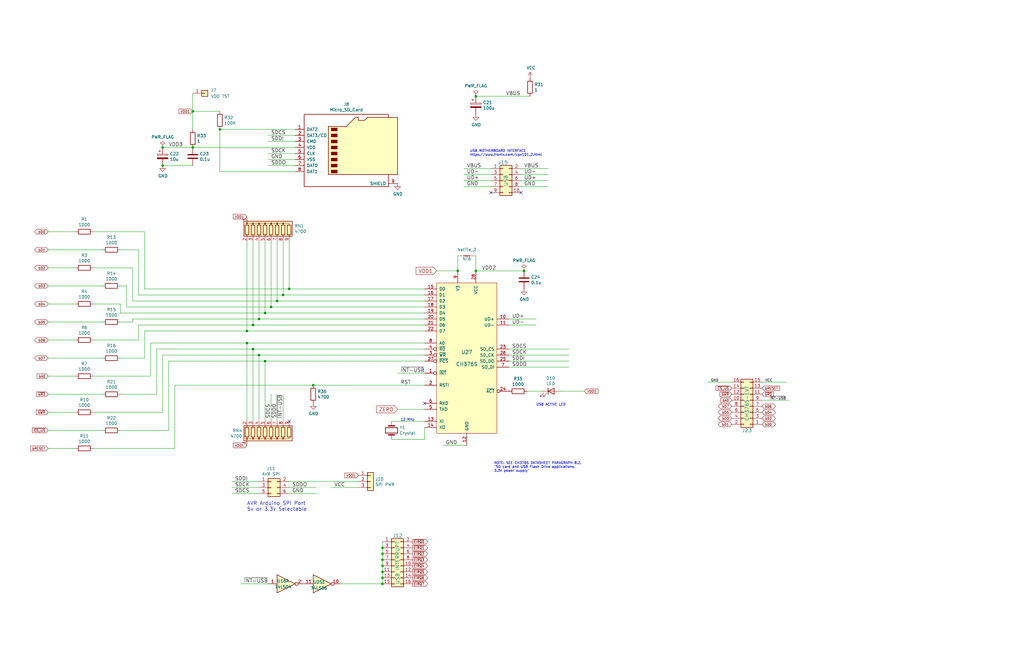
<source format=kicad_sch>
(kicad_sch (version 20211123) (generator eeschema)
  (paper "B")
  (lib_symbols
    (symbol "74xx:74LS04"
      (property "Reference" "U" (at 0 1.27 0))
      (property "Value" "74LS04" (at 0 -1.27 0))
      (symbol "74LS04_1_0"
        (polyline (pts (xy -3.81 3.81) (xy -3.81 -3.81) (xy 3.81 0) (xy -3.81 3.81)) (stroke (width 0.254)) (fill (type background)))
        (pin input line (at -7.62 0 0) (length 3.81) (name "~") (number "1"))
        (pin output inverted (at 7.62 0 180) (length 3.81) (name "~") (number "2"))
      )
      (symbol "74LS04_2_0"
        (polyline (pts (xy -3.81 3.81) (xy -3.81 -3.81) (xy 3.81 0) (xy -3.81 3.81)) (stroke (width 0.254)) (fill (type background)))
        (pin input line (at -7.62 0 0) (length 3.81) (name "~") (number "3"))
        (pin output inverted (at 7.62 0 180) (length 3.81) (name "~") (number "4"))
      )
      (symbol "74LS04_3_0"
        (polyline (pts (xy -3.81 3.81) (xy -3.81 -3.81) (xy 3.81 0) (xy -3.81 3.81)) (stroke (width 0.254)) (fill (type background)))
        (pin input line (at -7.62 0 0) (length 3.81) (name "~") (number "5"))
        (pin output inverted (at 7.62 0 180) (length 3.81) (name "~") (number "6"))
      )
      (symbol "74LS04_4_0"
        (polyline (pts (xy -3.81 3.81) (xy -3.81 -3.81) (xy 3.81 0) (xy -3.81 3.81)) (stroke (width 0.254)) (fill (type background)))
        (pin output inverted (at 7.62 0 180) (length 3.81) (name "~") (number "8"))
        (pin input line (at -7.62 0 0) (length 3.81) (name "~") (number "9"))
      )
      (symbol "74LS04_5_0"
        (polyline (pts (xy -3.81 3.81) (xy -3.81 -3.81) (xy 3.81 0) (xy -3.81 3.81)) (stroke (width 0.254)) (fill (type background)))
        (pin output inverted (at 7.62 0 180) (length 3.81) (name "~") (number "10"))
        (pin input line (at -7.62 0 0) (length 3.81) (name "~") (number "11"))
      )
      (symbol "74LS04_6_0"
        (polyline (pts (xy -3.81 3.81) (xy -3.81 -3.81) (xy 3.81 0) (xy -3.81 3.81)) (stroke (width 0.254)) (fill (type background)))
        (pin output inverted (at 7.62 0 180) (length 3.81) (name "~") (number "12"))
        (pin input line (at -7.62 0 0) (length 3.81) (name "~") (number "13"))
      )
      (symbol "74LS04_7_0"
        (pin power_in line (at 0 12.7 270) (length 5.08) (name "VCC") (number "14"))
        (pin power_in line (at 0 -12.7 90) (length 5.08) (name "GND") (number "7"))
      )
      (symbol "74LS04_7_1"
        (rectangle (start -5.08 7.62) (end 5.08 -7.62) (stroke (width 0.254)) (fill (type background)))
      )
    )
    (symbol "74xx:74LS06N" (pin_names (offset 1.016))
      (property "Reference" "U" (at 0 1.27 0))
      (property "Value" "74LS06N" (at 0 -1.27 0))
      (symbol "74LS06N_1_0"
        (polyline (pts (xy -3.81 3.81) (xy -3.81 -3.81) (xy 3.81 0) (xy -3.81 3.81)) (stroke (width 0.254)) (fill (type background)))
        (pin input line (at -7.62 0 0) (length 3.81) (name "~") (number "1"))
        (pin open_collector inverted (at 7.62 0 180) (length 3.81) (name "~") (number "2"))
      )
      (symbol "74LS06N_2_0"
        (polyline (pts (xy -3.81 3.81) (xy -3.81 -3.81) (xy 3.81 0) (xy -3.81 3.81)) (stroke (width 0.254)) (fill (type background)))
        (pin input line (at -7.62 0 0) (length 3.81) (name "~") (number "3"))
        (pin open_collector inverted (at 7.62 0 180) (length 3.81) (name "~") (number "4"))
      )
      (symbol "74LS06N_3_0"
        (polyline (pts (xy -3.81 3.81) (xy -3.81 -3.81) (xy 3.81 0) (xy -3.81 3.81)) (stroke (width 0.254)) (fill (type background)))
        (pin input line (at -7.62 0 0) (length 3.81) (name "~") (number "5"))
        (pin open_collector inverted (at 7.62 0 180) (length 3.81) (name "~") (number "6"))
      )
      (symbol "74LS06N_4_0"
        (polyline (pts (xy -3.81 3.81) (xy -3.81 -3.81) (xy 3.81 0) (xy -3.81 3.81)) (stroke (width 0.254)) (fill (type background)))
        (pin open_collector inverted (at 7.62 0 180) (length 3.81) (name "~") (number "8"))
        (pin input line (at -7.62 0 0) (length 3.81) (name "~") (number "9"))
      )
      (symbol "74LS06N_5_0"
        (polyline (pts (xy -3.81 3.81) (xy -3.81 -3.81) (xy 3.81 0) (xy -3.81 3.81)) (stroke (width 0.254)) (fill (type background)))
        (pin open_collector inverted (at 7.62 0 180) (length 3.81) (name "~") (number "10"))
        (pin input line (at -7.62 0 0) (length 3.81) (name "~") (number "11"))
      )
      (symbol "74LS06N_6_0"
        (polyline (pts (xy -3.81 3.81) (xy -3.81 -3.81) (xy 3.81 0) (xy -3.81 3.81)) (stroke (width 0.254)) (fill (type background)))
        (pin open_collector inverted (at 7.62 0 180) (length 3.81) (name "~") (number "12"))
        (pin input line (at -7.62 0 0) (length 3.81) (name "~") (number "13"))
      )
      (symbol "74LS06N_7_0"
        (pin power_in line (at 0 12.7 270) (length 5.08) (name "VCC") (number "14"))
        (pin power_in line (at 0 -12.7 90) (length 5.08) (name "GND") (number "7"))
      )
      (symbol "74LS06N_7_1"
        (rectangle (start -5.08 7.62) (end 5.08 -7.62) (stroke (width 0.254)) (fill (type background)))
      )
    )
    (symbol "CH376S:CH376S" (pin_names (offset 1.016))
      (property "Reference" "U" (at 0 -1.27 0))
      (property "Value" "CH376S" (at 0 -3.81 0))
      (symbol "CH376S_0_1"
        (rectangle (start -12.7 31.75) (end 12.7 -31.75) (fill (type background)))
      )
      (symbol "CH376S_1_1"
        (pin output inverted (at -17.78 -6.35 0) (length 5.08) (name "~{INT}") (number "1"))
        (pin bidirectional line (at 17.78 16.51 180) (length 5.08) (name "UD+") (number "10"))
        (pin bidirectional line (at 17.78 13.97 180) (length 5.08) (name "UD-") (number "11"))
        (pin power_in line (at 0 -36.83 90) (length 5.08) (name "GND") (number "12"))
        (pin input line (at -17.78 -26.67 0) (length 5.08) (name "XI") (number "13"))
        (pin output line (at -17.78 -29.21 0) (length 5.08) (name "XO") (number "14"))
        (pin bidirectional line (at -17.78 29.21 0) (length 5.08) (name "D0") (number "15"))
        (pin bidirectional line (at -17.78 26.67 0) (length 5.08) (name "D1") (number "16"))
        (pin bidirectional line (at -17.78 24.13 0) (length 5.08) (name "D2") (number "17"))
        (pin bidirectional line (at -17.78 21.59 0) (length 5.08) (name "D3") (number "18"))
        (pin bidirectional line (at -17.78 19.05 0) (length 5.08) (name "D4") (number "19"))
        (pin input line (at -17.78 -11.43 0) (length 5.08) (name "RSTI") (number "2"))
        (pin bidirectional line (at -17.78 16.51 0) (length 5.08) (name "D5") (number "20"))
        (pin bidirectional line (at -17.78 13.97 0) (length 5.08) (name "D6") (number "21"))
        (pin bidirectional line (at -17.78 11.43 0) (length 5.08) (name "D7") (number "22"))
        (pin output line (at 17.78 3.81 180) (length 5.08) (name "SD_CS") (number "23"))
        (pin output inverted (at 17.78 -13.97 180) (length 5.08) (name "~{ACT}") (number "24"))
        (pin output line (at 17.78 -1.27 180) (length 5.08) (name "SD_DO") (number "25"))
        (pin output line (at 17.78 1.27 180) (length 5.08) (name "SD_CK") (number "26"))
        (pin input inverted (at -17.78 -1.27 0) (length 5.08) (name "~{PCS}") (number "27"))
        (pin power_in line (at 3.81 36.83 270) (length 5.08) (name "VCC") (number "28"))
        (pin input inverted (at -17.78 1.27 0) (length 5.08) (name "~{WR}") (number "3"))
        (pin input inverted (at -17.78 3.81 0) (length 5.08) (name "~{RD}") (number "4"))
        (pin output line (at -17.78 -21.59 0) (length 5.08) (name "TXD") (number "5"))
        (pin input line (at -17.78 -19.05 0) (length 5.08) (name "RXD") (number "6"))
        (pin input line (at 17.78 -3.81 180) (length 5.08) (name "SD_DI") (number "7"))
        (pin input line (at -17.78 6.35 0) (length 5.08) (name "A0") (number "8"))
        (pin power_in line (at -3.81 36.83 270) (length 5.08) (name "V3") (number "9"))
      )
    )
    (symbol "Connector_Generic:Conn_01x01" (pin_names (offset 1.016) hide)
      (property "Reference" "J" (at 0 2.54 0))
      (property "Value" "Conn_01x01" (at 0 -2.54 0))
      (symbol "Conn_01x01_1_1"
        (rectangle (start -1.27 0.127) (end 0 -0.127) (stroke (width 0.1524)))
        (rectangle (start -1.27 1.27) (end 1.27 -1.27) (stroke (width 0.254)) (fill (type background)))
        (pin passive line (at -5.08 0 0) (length 3.81) (name "Pin_1") (number "1"))
      )
    )
    (symbol "Connector_Generic:Conn_01x03" (pin_names (offset 1.016) hide)
      (property "Reference" "J" (at 0 5.08 0))
      (property "Value" "Conn_01x03" (at 0 -5.08 0))
      (symbol "Conn_01x03_1_1"
        (rectangle (start -1.27 -2.413) (end 0 -2.667) (stroke (width 0.1524)))
        (rectangle (start -1.27 0.127) (end 0 -0.127) (stroke (width 0.1524)))
        (rectangle (start -1.27 2.667) (end 0 2.413) (stroke (width 0.1524)))
        (rectangle (start -1.27 3.81) (end 1.27 -3.81) (stroke (width 0.254)) (fill (type background)))
        (pin passive line (at -5.08 2.54 0) (length 3.81) (name "Pin_1") (number "1"))
        (pin passive line (at -5.08 0 0) (length 3.81) (name "Pin_2") (number "2"))
        (pin passive line (at -5.08 -2.54 0) (length 3.81) (name "Pin_3") (number "3"))
      )
    )
    (symbol "Connector_Generic:Conn_02x03_Odd_Even" (pin_names (offset 1.016) hide)
      (property "Reference" "J" (at 1.27 5.08 0))
      (property "Value" "Conn_02x03_Odd_Even" (at 1.27 -5.08 0))
      (symbol "Conn_02x03_Odd_Even_1_1"
        (rectangle (start -1.27 -2.413) (end 0 -2.667) (stroke (width 0.1524)))
        (rectangle (start -1.27 0.127) (end 0 -0.127) (stroke (width 0.1524)))
        (rectangle (start -1.27 2.667) (end 0 2.413) (stroke (width 0.1524)))
        (rectangle (start -1.27 3.81) (end 3.81 -3.81) (stroke (width 0.254)) (fill (type background)))
        (rectangle (start 3.81 -2.413) (end 2.54 -2.667) (stroke (width 0.1524)))
        (rectangle (start 3.81 0.127) (end 2.54 -0.127) (stroke (width 0.1524)))
        (rectangle (start 3.81 2.667) (end 2.54 2.413) (stroke (width 0.1524)))
        (pin passive line (at -5.08 2.54 0) (length 3.81) (name "Pin_1") (number "1"))
        (pin passive line (at 7.62 2.54 180) (length 3.81) (name "Pin_2") (number "2"))
        (pin passive line (at -5.08 0 0) (length 3.81) (name "Pin_3") (number "3"))
        (pin passive line (at 7.62 0 180) (length 3.81) (name "Pin_4") (number "4"))
        (pin passive line (at -5.08 -2.54 0) (length 3.81) (name "Pin_5") (number "5"))
        (pin passive line (at 7.62 -2.54 180) (length 3.81) (name "Pin_6") (number "6"))
      )
    )
    (symbol "Connector_Generic:Conn_02x05_Odd_Even" (pin_names (offset 1.016) hide)
      (property "Reference" "J" (at 1.27 7.62 0))
      (property "Value" "Conn_02x05_Odd_Even" (at 1.27 -7.62 0))
      (symbol "Conn_02x05_Odd_Even_1_1"
        (rectangle (start -1.27 -4.953) (end 0 -5.207) (stroke (width 0.1524)))
        (rectangle (start -1.27 -2.413) (end 0 -2.667) (stroke (width 0.1524)))
        (rectangle (start -1.27 0.127) (end 0 -0.127) (stroke (width 0.1524)))
        (rectangle (start -1.27 2.667) (end 0 2.413) (stroke (width 0.1524)))
        (rectangle (start -1.27 5.207) (end 0 4.953) (stroke (width 0.1524)))
        (rectangle (start -1.27 6.35) (end 3.81 -6.35) (stroke (width 0.254)) (fill (type background)))
        (rectangle (start 3.81 -4.953) (end 2.54 -5.207) (stroke (width 0.1524)))
        (rectangle (start 3.81 -2.413) (end 2.54 -2.667) (stroke (width 0.1524)))
        (rectangle (start 3.81 0.127) (end 2.54 -0.127) (stroke (width 0.1524)))
        (rectangle (start 3.81 2.667) (end 2.54 2.413) (stroke (width 0.1524)))
        (rectangle (start 3.81 5.207) (end 2.54 4.953) (stroke (width 0.1524)))
        (pin passive line (at -5.08 5.08 0) (length 3.81) (name "Pin_1") (number "1"))
        (pin passive line (at 7.62 -5.08 180) (length 3.81) (name "Pin_10") (number "10"))
        (pin passive line (at 7.62 5.08 180) (length 3.81) (name "Pin_2") (number "2"))
        (pin passive line (at -5.08 2.54 0) (length 3.81) (name "Pin_3") (number "3"))
        (pin passive line (at 7.62 2.54 180) (length 3.81) (name "Pin_4") (number "4"))
        (pin passive line (at -5.08 0 0) (length 3.81) (name "Pin_5") (number "5"))
        (pin passive line (at 7.62 0 180) (length 3.81) (name "Pin_6") (number "6"))
        (pin passive line (at -5.08 -2.54 0) (length 3.81) (name "Pin_7") (number "7"))
        (pin passive line (at 7.62 -2.54 180) (length 3.81) (name "Pin_8") (number "8"))
        (pin passive line (at -5.08 -5.08 0) (length 3.81) (name "Pin_9") (number "9"))
      )
    )
    (symbol "Connector_Generic:Conn_02x08_Odd_Even" (pin_names (offset 1.016) hide)
      (property "Reference" "J" (at 1.27 10.16 0))
      (property "Value" "Conn_02x08_Odd_Even" (at 1.27 -12.7 0))
      (symbol "Conn_02x08_Odd_Even_1_1"
        (rectangle (start -1.27 -10.033) (end 0 -10.287) (stroke (width 0.1524)))
        (rectangle (start -1.27 -7.493) (end 0 -7.747) (stroke (width 0.1524)))
        (rectangle (start -1.27 -4.953) (end 0 -5.207) (stroke (width 0.1524)))
        (rectangle (start -1.27 -2.413) (end 0 -2.667) (stroke (width 0.1524)))
        (rectangle (start -1.27 0.127) (end 0 -0.127) (stroke (width 0.1524)))
        (rectangle (start -1.27 2.667) (end 0 2.413) (stroke (width 0.1524)))
        (rectangle (start -1.27 5.207) (end 0 4.953) (stroke (width 0.1524)))
        (rectangle (start -1.27 7.747) (end 0 7.493) (stroke (width 0.1524)))
        (rectangle (start -1.27 8.89) (end 3.81 -11.43) (stroke (width 0.254)) (fill (type background)))
        (rectangle (start 3.81 -10.033) (end 2.54 -10.287) (stroke (width 0.1524)))
        (rectangle (start 3.81 -7.493) (end 2.54 -7.747) (stroke (width 0.1524)))
        (rectangle (start 3.81 -4.953) (end 2.54 -5.207) (stroke (width 0.1524)))
        (rectangle (start 3.81 -2.413) (end 2.54 -2.667) (stroke (width 0.1524)))
        (rectangle (start 3.81 0.127) (end 2.54 -0.127) (stroke (width 0.1524)))
        (rectangle (start 3.81 2.667) (end 2.54 2.413) (stroke (width 0.1524)))
        (rectangle (start 3.81 5.207) (end 2.54 4.953) (stroke (width 0.1524)))
        (rectangle (start 3.81 7.747) (end 2.54 7.493) (stroke (width 0.1524)))
        (pin passive line (at -5.08 7.62 0) (length 3.81) (name "Pin_1") (number "1"))
        (pin passive line (at 7.62 -2.54 180) (length 3.81) (name "Pin_10") (number "10"))
        (pin passive line (at -5.08 -5.08 0) (length 3.81) (name "Pin_11") (number "11"))
        (pin passive line (at 7.62 -5.08 180) (length 3.81) (name "Pin_12") (number "12"))
        (pin passive line (at -5.08 -7.62 0) (length 3.81) (name "Pin_13") (number "13"))
        (pin passive line (at 7.62 -7.62 180) (length 3.81) (name "Pin_14") (number "14"))
        (pin passive line (at -5.08 -10.16 0) (length 3.81) (name "Pin_15") (number "15"))
        (pin passive line (at 7.62 -10.16 180) (length 3.81) (name "Pin_16") (number "16"))
        (pin passive line (at 7.62 7.62 180) (length 3.81) (name "Pin_2") (number "2"))
        (pin passive line (at -5.08 5.08 0) (length 3.81) (name "Pin_3") (number "3"))
        (pin passive line (at 7.62 5.08 180) (length 3.81) (name "Pin_4") (number "4"))
        (pin passive line (at -5.08 2.54 0) (length 3.81) (name "Pin_5") (number "5"))
        (pin passive line (at 7.62 2.54 180) (length 3.81) (name "Pin_6") (number "6"))
        (pin passive line (at -5.08 0 0) (length 3.81) (name "Pin_7") (number "7"))
        (pin passive line (at 7.62 0 180) (length 3.81) (name "Pin_8") (number "8"))
        (pin passive line (at -5.08 -2.54 0) (length 3.81) (name "Pin_9") (number "9"))
      )
    )
    (symbol "Device:C" (pin_numbers hide) (pin_names (offset 0.254))
      (property "Reference" "C" (at 0.635 2.54 0))
      (property "Value" "C" (at 0.635 -2.54 0))
      (symbol "C_0_1"
        (polyline (pts (xy -2.032 -0.762) (xy 2.032 -0.762)) (stroke (width 0.508)))
        (polyline (pts (xy -2.032 0.762) (xy 2.032 0.762)) (stroke (width 0.508)))
      )
      (symbol "C_1_1"
        (pin passive line (at 0 3.81 270) (length 2.794) (name "~") (number "1"))
        (pin passive line (at 0 -3.81 90) (length 2.794) (name "~") (number "2"))
      )
    )
    (symbol "Device:C_Polarized" (pin_numbers hide) (pin_names (offset 0.254))
      (property "Reference" "C" (at 0.635 2.54 0))
      (property "Value" "C_Polarized" (at 0.635 -2.54 0))
      (symbol "C_Polarized_0_1"
        (rectangle (start -2.286 0.508) (end 2.286 1.016))
        (polyline (pts (xy -1.778 2.286) (xy -0.762 2.286)))
        (polyline (pts (xy -1.27 2.794) (xy -1.27 1.778)))
        (rectangle (start 2.286 -0.508) (end -2.286 -1.016) (fill (type outline)))
      )
      (symbol "C_Polarized_1_1"
        (pin passive line (at 0 3.81 270) (length 2.794) (name "~") (number "1"))
        (pin passive line (at 0 -3.81 90) (length 2.794) (name "~") (number "2"))
      )
    )
    (symbol "Device:Crystal" (pin_numbers hide) (pin_names (offset 1.016) hide)
      (property "Reference" "Y" (at 0 3.81 0))
      (property "Value" "Crystal" (at 0 -3.81 0))
      (symbol "Crystal_0_1"
        (rectangle (start -1.143 2.54) (end 1.143 -2.54) (stroke (width 0.3048)))
        (polyline (pts (xy -2.54 0) (xy -1.905 0)))
        (polyline (pts (xy -1.905 -1.27) (xy -1.905 1.27)) (stroke (width 0.508)))
        (polyline (pts (xy 1.905 -1.27) (xy 1.905 1.27)) (stroke (width 0.508)))
        (polyline (pts (xy 2.54 0) (xy 1.905 0)))
      )
      (symbol "Crystal_1_1"
        (pin passive line (at -3.81 0 0) (length 1.27) (name "1") (number "1"))
        (pin passive line (at 3.81 0 180) (length 1.27) (name "2") (number "2"))
      )
    )
    (symbol "Device:LED" (pin_numbers hide) (pin_names (offset 1.016) hide)
      (property "Reference" "D" (at 0 2.54 0))
      (property "Value" "LED" (at 0 -2.54 0))
      (symbol "LED_0_1"
        (polyline (pts (xy -1.27 -1.27) (xy -1.27 1.27)) (stroke (width 0.254)))
        (polyline (pts (xy -1.27 0) (xy 1.27 0)))
        (polyline (pts (xy 1.27 -1.27) (xy 1.27 1.27) (xy -1.27 0) (xy 1.27 -1.27)) (stroke (width 0.254)))
        (polyline (pts (xy -3.048 -0.762) (xy -4.572 -2.286) (xy -3.81 -2.286) (xy -4.572 -2.286) (xy -4.572 -1.524)))
        (polyline (pts (xy -1.778 -0.762) (xy -3.302 -2.286) (xy -2.54 -2.286) (xy -3.302 -2.286) (xy -3.302 -1.524)))
      )
      (symbol "LED_1_1"
        (pin passive line (at -3.81 0 0) (length 2.54) (name "K") (number "1"))
        (pin passive line (at 3.81 0 180) (length 2.54) (name "A") (number "2"))
      )
    )
    (symbol "Device:NetTie_2" (pin_numbers hide) (pin_names (offset 0) hide) (in_bom no)
      (property "Reference" "NT" (at 0 1.27 0))
      (property "Value" "NetTie_2" (at 0 -1.27 0))
      (symbol "NetTie_2_0_1"
        (polyline (pts (xy -1.27 0) (xy 1.27 0)) (stroke (width 0.254)))
      )
      (symbol "NetTie_2_1_1"
        (pin passive line (at -2.54 0 0) (length 2.54) (name "1") (number "1"))
        (pin passive line (at 2.54 0 180) (length 2.54) (name "2") (number "2"))
      )
    )
    (symbol "Device:R" (pin_numbers hide) (pin_names (offset 0))
      (property "Reference" "R" (at 2.032 0 90))
      (property "Value" "R" (at 0 0 90))
      (symbol "R_0_1"
        (rectangle (start -1.016 -2.54) (end 1.016 2.54) (stroke (width 0.254)))
      )
      (symbol "R_1_1"
        (pin passive line (at 0 3.81 270) (length 1.27) (name "~") (number "1"))
        (pin passive line (at 0 -3.81 90) (length 1.27) (name "~") (number "2"))
      )
    )
    (symbol "Device:R_Network08" (pin_names (offset 0) hide)
      (property "Reference" "RN" (at -12.7 0 90))
      (property "Value" "R_Network08" (at 10.16 0 90))
      (symbol "R_Network08_0_1"
        (rectangle (start -11.43 -3.175) (end 8.89 3.175) (stroke (width 0.254)) (fill (type background)))
        (rectangle (start -10.922 1.524) (end -9.398 -2.54) (stroke (width 0.254)))
        (circle (center -10.16 2.286) (radius 0.254) (fill (type outline)))
        (rectangle (start -8.382 1.524) (end -6.858 -2.54) (stroke (width 0.254)))
        (circle (center -7.62 2.286) (radius 0.254) (fill (type outline)))
        (rectangle (start -5.842 1.524) (end -4.318 -2.54) (stroke (width 0.254)))
        (circle (center -5.08 2.286) (radius 0.254) (fill (type outline)))
        (rectangle (start -3.302 1.524) (end -1.778 -2.54) (stroke (width 0.254)))
        (circle (center -2.54 2.286) (radius 0.254) (fill (type outline)))
        (rectangle (start -0.762 1.524) (end 0.762 -2.54) (stroke (width 0.254)))
        (polyline (pts (xy -10.16 -2.54) (xy -10.16 -3.81)))
        (polyline (pts (xy -7.62 -2.54) (xy -7.62 -3.81)))
        (polyline (pts (xy -5.08 -2.54) (xy -5.08 -3.81)))
        (polyline (pts (xy -2.54 -2.54) (xy -2.54 -3.81)))
        (polyline (pts (xy 0 -2.54) (xy 0 -3.81)))
        (polyline (pts (xy 2.54 -2.54) (xy 2.54 -3.81)))
        (polyline (pts (xy 5.08 -2.54) (xy 5.08 -3.81)))
        (polyline (pts (xy 7.62 -2.54) (xy 7.62 -3.81)))
        (polyline (pts (xy -10.16 1.524) (xy -10.16 2.286) (xy -7.62 2.286) (xy -7.62 1.524)))
        (polyline (pts (xy -7.62 1.524) (xy -7.62 2.286) (xy -5.08 2.286) (xy -5.08 1.524)))
        (polyline (pts (xy -5.08 1.524) (xy -5.08 2.286) (xy -2.54 2.286) (xy -2.54 1.524)))
        (polyline (pts (xy -2.54 1.524) (xy -2.54 2.286) (xy 0 2.286) (xy 0 1.524)))
        (polyline (pts (xy 0 1.524) (xy 0 2.286) (xy 2.54 2.286) (xy 2.54 1.524)))
        (polyline (pts (xy 2.54 1.524) (xy 2.54 2.286) (xy 5.08 2.286) (xy 5.08 1.524)))
        (polyline (pts (xy 5.08 1.524) (xy 5.08 2.286) (xy 7.62 2.286) (xy 7.62 1.524)))
        (circle (center 0 2.286) (radius 0.254) (fill (type outline)))
        (rectangle (start 1.778 1.524) (end 3.302 -2.54) (stroke (width 0.254)))
        (circle (center 2.54 2.286) (radius 0.254) (fill (type outline)))
        (rectangle (start 4.318 1.524) (end 5.842 -2.54) (stroke (width 0.254)))
        (circle (center 5.08 2.286) (radius 0.254) (fill (type outline)))
        (rectangle (start 6.858 1.524) (end 8.382 -2.54) (stroke (width 0.254)))
      )
      (symbol "R_Network08_1_1"
        (pin passive line (at -10.16 5.08 270) (length 2.54) (name "common") (number "1"))
        (pin passive line (at -10.16 -5.08 90) (length 1.27) (name "R1") (number "2"))
        (pin passive line (at -7.62 -5.08 90) (length 1.27) (name "R2") (number "3"))
        (pin passive line (at -5.08 -5.08 90) (length 1.27) (name "R3") (number "4"))
        (pin passive line (at -2.54 -5.08 90) (length 1.27) (name "R4") (number "5"))
        (pin passive line (at 0 -5.08 90) (length 1.27) (name "R5") (number "6"))
        (pin passive line (at 2.54 -5.08 90) (length 1.27) (name "R6") (number "7"))
        (pin passive line (at 5.08 -5.08 90) (length 1.27) (name "R7") (number "8"))
        (pin passive line (at 7.62 -5.08 90) (length 1.27) (name "R8") (number "9"))
      )
    )
    (symbol "Micro_SD_Card:Micro_SD_Card" (pin_names (offset 1.016))
      (property "Reference" "J" (at -16.51 15.24 0))
      (property "Value" "Micro_SD_Card" (at 16.51 15.24 0))
      (symbol "Micro_SD_Card_0_1"
        (rectangle (start -7.62 -9.525) (end -5.08 -10.795) (fill (type outline)))
        (rectangle (start -7.62 -6.985) (end -5.08 -8.255) (fill (type outline)))
        (rectangle (start -7.62 -4.445) (end -5.08 -5.715) (fill (type outline)))
        (rectangle (start -7.62 -1.905) (end -5.08 -3.175) (fill (type outline)))
        (rectangle (start -7.62 0.635) (end -5.08 -0.635) (fill (type outline)))
        (rectangle (start -7.62 3.175) (end -5.08 1.905) (fill (type outline)))
        (rectangle (start -7.62 5.715) (end -5.08 4.445) (fill (type outline)))
        (rectangle (start -7.62 8.255) (end -5.08 6.985) (fill (type outline)))
        (polyline (pts (xy 16.51 12.7) (xy 16.51 13.97) (xy -19.05 13.97) (xy -19.05 -16.51) (xy 16.51 -16.51) (xy 16.51 -11.43)) (stroke (width 0.254)))
        (polyline (pts (xy -8.89 -11.43) (xy -8.89 8.89) (xy -1.27 8.89) (xy 2.54 12.7) (xy 3.81 12.7) (xy 3.81 11.43) (xy 6.35 11.43) (xy 7.62 12.7) (xy 20.32 12.7) (xy 20.32 -11.43) (xy -8.89 -11.43)) (stroke (width 0.254)) (fill (type background)))
      )
      (symbol "Micro_SD_Card_1_1"
        (pin bidirectional line (at -22.86 7.62 0) (length 3.81) (name "DAT2") (number "1"))
        (pin no_connect line (at -21.59 -12.7 0) (length 2.54) hide (name "NC") (number "10"))
        (pin no_connect line (at -21.59 -15.24 0) (length 2.54) hide (name "NC") (number "11"))
        (pin bidirectional line (at -22.86 5.08 0) (length 3.81) (name "DAT3/CD") (number "2"))
        (pin input line (at -22.86 2.54 0) (length 3.81) (name "CMD") (number "3"))
        (pin power_in line (at -22.86 0 0) (length 3.81) (name "VDD") (number "4"))
        (pin input line (at -22.86 -2.54 0) (length 3.81) (name "CLK") (number "5"))
        (pin power_in line (at -22.86 -5.08 0) (length 3.81) (name "VSS") (number "6"))
        (pin bidirectional line (at -22.86 -7.62 0) (length 3.81) (name "DAT0") (number "7"))
        (pin bidirectional line (at -22.86 -10.16 0) (length 3.81) (name "DAT1") (number "8"))
        (pin passive line (at 20.32 -15.24 180) (length 3.81) (name "SHIELD") (number "9"))
      )
    )
    (symbol "power:GND" (power) (pin_names (offset 0))
      (property "Value" "GND" (at 0 -3.81 0))
      (symbol "GND_0_1"
        (polyline (pts (xy 0 0) (xy 0 -1.27) (xy 1.27 -1.27) (xy 0 -2.54) (xy -1.27 -1.27) (xy 0 -1.27)))
      )
      (symbol "GND_1_1"
        (pin power_in line (at 0 0 270) (length 0) hide (name "GND") (number "1"))
      )
    )
    (symbol "power:PWR_FLAG" (power) (pin_numbers hide) (pin_names (offset 0) hide)
      (property "Value" "PWR_FLAG" (at 0 3.81 0))
      (symbol "PWR_FLAG_0_0"
        (pin power_out line (at 0 0 90) (length 0) (name "pwr") (number "1"))
      )
      (symbol "PWR_FLAG_0_1"
        (polyline (pts (xy 0 0) (xy 0 1.27) (xy -1.016 1.905) (xy 0 2.54) (xy 1.016 1.905) (xy 0 1.27)))
      )
    )
    (symbol "power:VCC" (power) (pin_names (offset 0))
      (property "Value" "VCC" (at 0 3.81 0))
      (symbol "VCC_0_1"
        (polyline (pts (xy -0.762 1.27) (xy 0 2.54)))
        (polyline (pts (xy 0 0) (xy 0 2.54)))
        (polyline (pts (xy 0 2.54) (xy 0.762 1.27)))
      )
      (symbol "VCC_1_1"
        (pin power_in line (at 0 0 90) (length 0) hide (name "VCC") (number "1"))
      )
    )
  )
  (junction (at 161.29 246.38))
  (junction (at 161.29 233.68))
  (junction (at 200.66 114.3))
  (junction (at 104.14 144.78))
  (junction (at 161.29 241.3))
  (junction (at 106.68 137.16))
  (junction (at 111.76 152.4))
  (junction (at 119.38 124.46))
  (junction (at 121.92 121.92))
  (junction (at 68.58 62.23))
  (junction (at 81.28 62.23))
  (junction (at 161.29 236.22))
  (junction (at 109.22 134.62))
  (junction (at 161.29 238.76))
  (junction (at 68.58 69.85))
  (junction (at 161.29 231.14))
  (junction (at 109.22 149.86))
  (junction (at 193.04 114.3))
  (junction (at 114.3 129.54))
  (junction (at 92.71 54.61))
  (junction (at 104.14 139.7))
  (junction (at 106.68 147.32))
  (junction (at 111.76 132.08))
  (junction (at 81.28 46.99))
  (junction (at 220.98 114.3))
  (junction (at 116.84 127))
  (junction (at 132.08 162.56))
  (junction (at 200.66 40.64))
  (junction (at 161.29 243.84))
  (no_connect (at 207.01 81.28))
  (no_connect (at 179.07 170.18))
  (no_connect (at 219.71 81.28))
  (no_connect (at 121.92 177.8))
  (wire (pts (xy 81.28 62.23) (xy 68.58 62.23)))
  (wire (pts (xy 50.8 151.13) (xy 60.96 151.13)))
  (wire (pts (xy 214.63 154.94) (xy 240.03 154.94)))
  (wire (pts (xy 124.46 57.15) (xy 113.03 57.15)))
  (wire (pts (xy 161.29 233.68) (xy 161.29 231.14)))
  (wire (pts (xy 20.32 135.89) (xy 43.18 135.89)))
  (wire (pts (xy 20.32 189.23) (xy 31.75 189.23)))
  (wire (pts (xy 50.8 105.41) (xy 58.42 105.41)))
  (wire (pts (xy 20.32 151.13) (xy 43.18 151.13)))
  (wire (pts (xy 92.71 54.61) (xy 124.46 54.61)))
  (wire (pts (xy 39.37 97.79) (xy 60.96 97.79)))
  (wire (pts (xy 55.88 135.89) (xy 55.88 134.62)))
  (wire (pts (xy 207.01 71.12) (xy 195.58 71.12)))
  (wire (pts (xy 31.75 128.27) (xy 20.32 128.27)))
  (wire (pts (xy 116.84 101.6) (xy 116.84 127)))
  (wire (pts (xy 167.64 157.48) (xy 179.07 157.48)))
  (wire (pts (xy 97.79 203.2) (xy 109.22 203.2)))
  (wire (pts (xy 92.71 72.39) (xy 92.71 54.61)))
  (wire (pts (xy 106.68 147.32) (xy 179.07 147.32)))
  (wire (pts (xy 161.29 236.22) (xy 161.29 233.68)))
  (wire (pts (xy 119.38 124.46) (xy 58.42 124.46)))
  (wire (pts (xy 119.38 166.37) (xy 119.38 177.8)))
  (wire (pts (xy 39.37 143.51) (xy 58.42 143.51)))
  (wire (pts (xy 214.63 147.32) (xy 240.03 147.32)))
  (wire (pts (xy 53.34 120.65) (xy 50.8 120.65)))
  (wire (pts (xy 50.8 166.37) (xy 66.04 166.37)))
  (wire (pts (xy 71.12 181.61) (xy 71.12 152.4)))
  (wire (pts (xy 124.46 59.69) (xy 113.03 59.69)))
  (wire (pts (xy 104.14 144.78) (xy 179.07 144.78)))
  (wire (pts (xy 199.39 107.95) (xy 200.66 107.95)))
  (wire (pts (xy 116.84 166.37) (xy 116.84 177.8)))
  (wire (pts (xy 193.04 114.3) (xy 193.04 107.95)))
  (wire (pts (xy 114.3 129.54) (xy 179.07 129.54)))
  (wire (pts (xy 298.45 161.29) (xy 308.61 161.29)))
  (wire (pts (xy 332.74 168.91) (xy 321.31 168.91)))
  (wire (pts (xy 81.28 62.23) (xy 124.46 62.23)))
  (wire (pts (xy 39.37 189.23) (xy 73.66 189.23)))
  (wire (pts (xy 121.92 203.2) (xy 151.13 203.2)))
  (wire (pts (xy 20.32 166.37) (xy 43.18 166.37)))
  (wire (pts (xy 119.38 124.46) (xy 179.07 124.46)))
  (wire (pts (xy 68.58 69.85) (xy 81.28 69.85)))
  (wire (pts (xy 246.38 165.1) (xy 236.22 165.1)))
  (wire (pts (xy 143.51 246.38) (xy 161.29 246.38)))
  (wire (pts (xy 104.14 139.7) (xy 60.96 139.7)))
  (wire (pts (xy 71.12 152.4) (xy 111.76 152.4)))
  (wire (pts (xy 207.01 73.66) (xy 195.58 73.66)))
  (wire (pts (xy 114.3 101.6) (xy 114.3 129.54)))
  (wire (pts (xy 39.37 113.03) (xy 55.88 113.03)))
  (wire (pts (xy 101.6 246.38) (xy 113.03 246.38)))
  (wire (pts (xy 92.71 72.39) (xy 124.46 72.39)))
  (wire (pts (xy 20.32 120.65) (xy 43.18 120.65)))
  (wire (pts (xy 63.5 144.78) (xy 63.5 158.75)))
  (wire (pts (xy 121.92 208.28) (xy 133.35 208.28)))
  (wire (pts (xy 207.01 78.74) (xy 195.58 78.74)))
  (wire (pts (xy 104.14 177.8) (xy 104.14 144.78)))
  (wire (pts (xy 132.08 162.56) (xy 179.07 162.56)))
  (wire (pts (xy 109.22 101.6) (xy 109.22 134.62)))
  (wire (pts (xy 226.06 137.16) (xy 214.63 137.16)))
  (wire (pts (xy 55.88 113.03) (xy 55.88 127)))
  (wire (pts (xy 63.5 144.78) (xy 104.14 144.78)))
  (wire (pts (xy 39.37 128.27) (xy 50.8 128.27)))
  (wire (pts (xy 53.34 120.65) (xy 53.34 129.54)))
  (wire (pts (xy 60.96 139.7) (xy 60.96 151.13)))
  (wire (pts (xy 214.63 152.4) (xy 240.03 152.4)))
  (wire (pts (xy 111.76 152.4) (xy 179.07 152.4)))
  (wire (pts (xy 104.14 139.7) (xy 179.07 139.7)))
  (wire (pts (xy 60.96 97.79) (xy 60.96 121.92)))
  (wire (pts (xy 111.76 152.4) (xy 111.76 177.8)))
  (wire (pts (xy 200.66 107.95) (xy 200.66 114.3)))
  (wire (pts (xy 68.58 149.86) (xy 68.58 173.99)))
  (wire (pts (xy 31.75 158.75) (xy 20.32 158.75)))
  (wire (pts (xy 39.37 158.75) (xy 63.5 158.75)))
  (wire (pts (xy 200.66 40.64) (xy 223.52 40.64)))
  (wire (pts (xy 31.75 143.51) (xy 20.32 143.51)))
  (wire (pts (xy 161.29 238.76) (xy 161.29 236.22)))
  (wire (pts (xy 81.28 39.37) (xy 81.28 46.99)))
  (wire (pts (xy 20.32 181.61) (xy 43.18 181.61)))
  (wire (pts (xy 231.14 78.74) (xy 219.71 78.74)))
  (wire (pts (xy 113.03 67.31) (xy 124.46 67.31)))
  (wire (pts (xy 161.29 243.84) (xy 161.29 241.3)))
  (wire (pts (xy 109.22 177.8) (xy 109.22 149.86)))
  (wire (pts (xy 161.29 231.14) (xy 161.29 228.6)))
  (wire (pts (xy 121.92 121.92) (xy 179.07 121.92)))
  (wire (pts (xy 119.38 101.6) (xy 119.38 124.46)))
  (wire (pts (xy 231.14 73.66) (xy 219.71 73.66)))
  (wire (pts (xy 106.68 101.6) (xy 106.68 137.16)))
  (wire (pts (xy 116.84 127) (xy 179.07 127)))
  (wire (pts (xy 20.32 105.41) (xy 43.18 105.41)))
  (wire (pts (xy 31.75 173.99) (xy 20.32 173.99)))
  (wire (pts (xy 31.75 113.03) (xy 20.32 113.03)))
  (wire (pts (xy 58.42 137.16) (xy 106.68 137.16)))
  (wire (pts (xy 214.63 149.86) (xy 240.03 149.86)))
  (wire (pts (xy 66.04 147.32) (xy 106.68 147.32)))
  (wire (pts (xy 111.76 132.08) (xy 179.07 132.08)))
  (wire (pts (xy 50.8 132.08) (xy 50.8 128.27)))
  (wire (pts (xy 231.14 71.12) (xy 219.71 71.12)))
  (wire (pts (xy 58.42 137.16) (xy 58.42 143.51)))
  (wire (pts (xy 121.92 101.6) (xy 121.92 121.92)))
  (wire (pts (xy 109.22 134.62) (xy 179.07 134.62)))
  (wire (pts (xy 161.29 246.38) (xy 161.29 243.84)))
  (wire (pts (xy 219.71 76.2) (xy 231.14 76.2)))
  (wire (pts (xy 167.64 172.72) (xy 179.07 172.72)))
  (wire (pts (xy 58.42 105.41) (xy 58.42 124.46)))
  (wire (pts (xy 111.76 132.08) (xy 50.8 132.08)))
  (wire (pts (xy 68.58 149.86) (xy 109.22 149.86)))
  (wire (pts (xy 222.25 165.1) (xy 228.6 165.1)))
  (wire (pts (xy 161.29 241.3) (xy 161.29 238.76)))
  (wire (pts (xy 186.69 187.96) (xy 196.85 187.96)))
  (wire (pts (xy 121.92 205.74) (xy 133.35 205.74)))
  (wire (pts (xy 184.15 114.3) (xy 193.04 114.3)))
  (wire (pts (xy 39.37 173.99) (xy 68.58 173.99)))
  (wire (pts (xy 226.06 134.62) (xy 214.63 134.62)))
  (wire (pts (xy 31.75 97.79) (xy 20.32 97.79)))
  (wire (pts (xy 321.31 161.29) (xy 331.47 161.29)))
  (wire (pts (xy 193.04 107.95) (xy 194.31 107.95)))
  (wire (pts (xy 114.3 177.8) (xy 114.3 166.37)))
  (wire (pts (xy 66.04 166.37) (xy 66.04 147.32)))
  (wire (pts (xy 124.46 69.85) (xy 113.03 69.85)))
  (wire (pts (xy 121.92 121.92) (xy 60.96 121.92)))
  (wire (pts (xy 73.66 162.56) (xy 73.66 189.23)))
  (wire (pts (xy 116.84 127) (xy 55.88 127)))
  (wire (pts (xy 165.1 177.8) (xy 179.07 177.8)))
  (wire (pts (xy 55.88 134.62) (xy 109.22 134.62)))
  (wire (pts (xy 73.66 162.56) (xy 132.08 162.56)))
  (wire (pts (xy 139.7 205.74) (xy 151.13 205.74)))
  (wire (pts (xy 50.8 135.89) (xy 55.88 135.89)))
  (wire (pts (xy 106.68 137.16) (xy 179.07 137.16)))
  (wire (pts (xy 81.28 54.61) (xy 81.28 46.99)))
  (wire (pts (xy 104.14 101.6) (xy 104.14 139.7)))
  (wire (pts (xy 109.22 149.86) (xy 179.07 149.86)))
  (wire (pts (xy 179.07 185.42) (xy 165.1 185.42)))
  (wire (pts (xy 114.3 129.54) (xy 53.34 129.54)))
  (wire (pts (xy 50.8 181.61) (xy 71.12 181.61)))
  (wire (pts (xy 200.66 114.3) (xy 220.98 114.3)))
  (wire (pts (xy 124.46 64.77) (xy 113.03 64.77)))
  (wire (pts (xy 195.58 76.2) (xy 207.01 76.2)))
  (wire (pts (xy 81.28 46.99) (xy 92.71 46.99)))
  (wire (pts (xy 97.79 205.74) (xy 109.22 205.74)))
  (wire (pts (xy 97.79 208.28) (xy 109.22 208.28)))
  (wire (pts (xy 106.68 177.8) (xy 106.68 147.32)))
  (wire (pts (xy 179.07 180.34) (xy 179.07 185.42)))
  (wire (pts (xy 111.76 101.6) (xy 111.76 132.08)))
  (text "USB ACTIVE LED" (at 226.06 171.45 0) (effects (font (size 1.016 1.016)) (justify left bottom)))
  (text "12 MHz" (at 168.91 177.8 0) (effects (font (size 1.016 1.016)) (justify left bottom)))
  (text "NOTE: SEE CH376S DATASHEET PARAGRAPH 8.2. \n\"SD card and USB Flash Drive applications, \n3.3V power supply\"" (at 208.28 199.39 0) (effects (font (size 1.016 1.016)) (justify left bottom)))
  (text "AVR Arduino SPI Port\n5v or 3.3v Selectable" (at 104.14 215.9 0) (effects (font (size 1.524 1.524)) (justify left bottom)))
  (text "USB MOTHERBOARD INTERFACE\nhttps://www.frontx.com/cpx101_2.html" (at 198.12 66.04 0) (effects (font (size 1.016 1.016)) (justify left bottom)))
  (label "VBUS" (at 220.98 71.12 0) (effects (font (size 1.524 1.524))))
  (label "VDD3" (at 71.12 62.23 0) (effects (font (size 1.524 1.524))))
  (label "SDCK" (at 99.06 205.74 0) (effects (font (size 1.524 1.524))))
  (label "~{INT-USB}" (at 119.38 176.53 90) (effects (font (size 1.524 1.524))))
  (label "~{INT-USB}" (at 168.91 157.48 0) (effects (font (size 1.524 1.524))))
  (label "VBUS" (at 213.36 40.64 0) (effects (font (size 1.524 1.524))))
  (label "VCC" (at 140.97 205.74 0) (effects (font (size 1.524 1.524))))
  (label "UD-" (at 196.85 73.66 0) (effects (font (size 1.524 1.524))))
  (label "UD+" (at 215.9 134.62 0) (effects (font (size 1.524 1.524))))
  (label "SDCS" (at 99.06 208.28 0) (effects (font (size 1.524 1.524))))
  (label "VDD2" (at 203.2 114.3 0) (effects (font (size 1.524 1.524))))
  (label "SDDO" (at 123.19 205.74 0) (effects (font (size 1.524 1.524))))
  (label "UD-" (at 220.98 73.66 0) (effects (font (size 1.524 1.524))))
  (label "SDCK" (at 215.9 149.86 0) (effects (font (size 1.524 1.524))))
  (label "RST" (at 168.91 162.56 0) (effects (font (size 1.524 1.524))))
  (label "SDCK" (at 114.3 64.77 0) (effects (font (size 1.524 1.524))))
  (label "GND" (at 123.19 208.28 0) (effects (font (size 1.524 1.524))))
  (label "SDDI" (at 99.06 203.2 0) (effects (font (size 1.524 1.524))))
  (label "GND" (at 299.72 161.29 0) (effects (font (size 1.016 1.016))))
  (label "~{INT-USB}" (at 102.87 246.38 0) (effects (font (size 1.524 1.524))))
  (label "SDDO" (at 114.3 69.85 0) (effects (font (size 1.524 1.524))))
  (label "SDCS" (at 114.3 176.53 90) (effects (font (size 1.524 1.524))))
  (label "GND" (at 220.98 78.74 0) (effects (font (size 1.524 1.524))))
  (label "UD+" (at 196.85 76.2 0) (effects (font (size 1.524 1.524))))
  (label "~{INT-USB}" (at 331.47 168.91 180) (effects (font (size 1.016 1.016))))
  (label "GND" (at 187.96 187.96 0) (effects (font (size 1.524 1.524))))
  (label "UD+" (at 220.98 76.2 0) (effects (font (size 1.524 1.524))))
  (label "SDDI" (at 215.9 152.4 0) (effects (font (size 1.524 1.524))))
  (label "GND" (at 196.85 78.74 0) (effects (font (size 1.524 1.524))))
  (label "SDCS" (at 215.9 147.32 0) (effects (font (size 1.524 1.524))))
  (label "UD-" (at 215.9 137.16 0) (effects (font (size 1.524 1.524))))
  (label "GND" (at 114.3 67.31 0) (effects (font (size 1.524 1.524))))
  (label "SDCS" (at 114.3 57.15 0) (effects (font (size 1.524 1.524))))
  (label "VCC" (at 322.58 161.29 0) (effects (font (size 1.016 1.016))))
  (label "VBUS" (at 196.85 71.12 0) (effects (font (size 1.524 1.524))))
  (label "SDDI" (at 114.3 59.69 0) (effects (font (size 1.524 1.524))))
  (label "SDDO" (at 116.84 176.53 90) (effects (font (size 1.524 1.524))))
  (label "SDDO" (at 215.9 154.94 0) (effects (font (size 1.524 1.524))))
  (global_label "~{bRD}" (shape input) (at 321.31 166.37 0) (effects (font (size 1.016 1.016))) (property "Intersheet References" "${INTERSHEET_REFS}" (effects hide)))
  (global_label "VDD1" (shape input) (at 104.14 187.96 180) (effects (font (size 1.016 1.016))) (property "Intersheet References" "${INTERSHEET_REFS}" (effects hide)))
  (global_label "bD4" (shape bidirectional) (at 321.31 173.99 0) (effects (font (size 1.016 1.016))) (property "Intersheet References" "${INTERSHEET_REFS}" (effects hide)))
  (global_label "bD0" (shape bidirectional) (at 20.32 97.79 180) (effects (font (size 1.016 1.016))) (property "Intersheet References" "${INTERSHEET_REFS}" (effects hide)))
  (global_label "~{EIRQ6}" (shape output) (at 173.99 243.84 0) (effects (font (size 1.016 1.016))) (property "Intersheet References" "${INTERSHEET_REFS}" (effects hide)))
  (global_label "~{EIRQ7}" (shape output) (at 173.99 246.38 0) (effects (font (size 1.016 1.016))) (property "Intersheet References" "${INTERSHEET_REFS}" (effects hide)))
  (global_label "bD1" (shape bidirectional) (at 20.32 105.41 180) (effects (font (size 1.016 1.016))) (property "Intersheet References" "${INTERSHEET_REFS}" (effects hide)))
  (global_label "VDD1" (shape input) (at 151.13 200.66 180) (effects (font (size 1.016 1.016))) (property "Intersheet References" "${INTERSHEET_REFS}" (effects hide)))
  (global_label "bD2" (shape bidirectional) (at 321.31 176.53 0) (effects (font (size 1.016 1.016))) (property "Intersheet References" "${INTERSHEET_REFS}" (effects hide)))
  (global_label "bD7" (shape bidirectional) (at 20.32 151.13 180) (effects (font (size 1.016 1.016))) (property "Intersheet References" "${INTERSHEET_REFS}" (effects hide)))
  (global_label "bD3" (shape bidirectional) (at 20.32 120.65 180) (effects (font (size 1.016 1.016))) (property "Intersheet References" "${INTERSHEET_REFS}" (effects hide)))
  (global_label "ZERO" (shape input) (at 167.64 172.72 180) (effects (font (size 1.524 1.524))) (property "Intersheet References" "${INTERSHEET_REFS}" (effects hide)))
  (global_label "bD3" (shape bidirectional) (at 308.61 176.53 180) (effects (font (size 1.016 1.016))) (property "Intersheet References" "${INTERSHEET_REFS}" (effects hide)))
  (global_label "bD5" (shape bidirectional) (at 308.61 173.99 180) (effects (font (size 1.016 1.016))) (property "Intersheet References" "${INTERSHEET_REFS}" (effects hide)))
  (global_label "~{EIRQ2}" (shape output) (at 173.99 233.68 0) (effects (font (size 1.016 1.016))) (property "Intersheet References" "${INTERSHEET_REFS}" (effects hide)))
  (global_label "VDD1" (shape input) (at 246.38 165.1 0) (effects (font (size 1.016 1.016))) (property "Intersheet References" "${INTERSHEET_REFS}" (effects hide)))
  (global_label "~{bWR}" (shape input) (at 308.61 166.37 180) (effects (font (size 1.016 1.016))) (property "Intersheet References" "${INTERSHEET_REFS}" (effects hide)))
  (global_label "~{CS_US}" (shape input) (at 20.32 181.61 180) (effects (font (size 1.016 1.016))) (property "Intersheet References" "${INTERSHEET_REFS}" (effects hide)))
  (global_label "bD4" (shape bidirectional) (at 20.32 128.27 180) (effects (font (size 1.016 1.016))) (property "Intersheet References" "${INTERSHEET_REFS}" (effects hide)))
  (global_label "~{bWR}" (shape input) (at 20.32 173.99 180) (effects (font (size 1.016 1.016))) (property "Intersheet References" "${INTERSHEET_REFS}" (effects hide)))
  (global_label "bD7" (shape bidirectional) (at 308.61 171.45 180) (effects (font (size 1.016 1.016))) (property "Intersheet References" "${INTERSHEET_REFS}" (effects hide)))
  (global_label "~{EIRQ0}" (shape output) (at 173.99 228.6 0) (effects (font (size 1.016 1.016))) (property "Intersheet References" "${INTERSHEET_REFS}" (effects hide)))
  (global_label "bD0" (shape bidirectional) (at 321.31 179.07 0) (effects (font (size 1.016 1.016))) (property "Intersheet References" "${INTERSHEET_REFS}" (effects hide)))
  (global_label "VDD1" (shape input) (at 81.28 46.99 180) (effects (font (size 1.016 1.016))) (property "Intersheet References" "${INTERSHEET_REFS}" (effects hide)))
  (global_label "bA0" (shape input) (at 20.32 158.75 180) (effects (font (size 1.016 1.016))) (property "Intersheet References" "${INTERSHEET_REFS}" (effects hide)))
  (global_label "~{EIRQ5}" (shape output) (at 173.99 241.3 0) (effects (font (size 1.016 1.016))) (property "Intersheet References" "${INTERSHEET_REFS}" (effects hide)))
  (global_label "VDD1" (shape input) (at 104.14 91.44 180) (effects (font (size 1.016 1.016))) (property "Intersheet References" "${INTERSHEET_REFS}" (effects hide)))
  (global_label "bA0" (shape input) (at 308.61 168.91 180) (effects (font (size 1.016 1.016))) (property "Intersheet References" "${INTERSHEET_REFS}" (effects hide)))
  (global_label "~{CS_US}" (shape input) (at 308.61 163.83 180) (effects (font (size 1.016 1.016))) (property "Intersheet References" "${INTERSHEET_REFS}" (effects hide)))
  (global_label "~{EIRQ4}" (shape output) (at 173.99 238.76 0) (effects (font (size 1.016 1.016))) (property "Intersheet References" "${INTERSHEET_REFS}" (effects hide)))
  (global_label "bRESET" (shape input) (at 20.32 189.23 180) (effects (font (size 1.016 1.016))) (property "Intersheet References" "${INTERSHEET_REFS}" (effects hide)))
  (global_label "bD6" (shape bidirectional) (at 20.32 143.51 180) (effects (font (size 1.016 1.016))) (property "Intersheet References" "${INTERSHEET_REFS}" (effects hide)))
  (global_label "bD6" (shape bidirectional) (at 321.31 171.45 0) (effects (font (size 1.016 1.016))) (property "Intersheet References" "${INTERSHEET_REFS}" (effects hide)))
  (global_label "VDD1" (shape input) (at 184.15 114.3 180) (effects (font (size 1.524 1.524))) (property "Intersheet References" "${INTERSHEET_REFS}" (effects hide)))
  (global_label "bD2" (shape bidirectional) (at 20.32 113.03 180) (effects (font (size 1.016 1.016))) (property "Intersheet References" "${INTERSHEET_REFS}" (effects hide)))
  (global_label "bD5" (shape bidirectional) (at 20.32 135.89 180) (effects (font (size 1.016 1.016))) (property "Intersheet References" "${INTERSHEET_REFS}" (effects hide)))
  (global_label "~{EIRQ3}" (shape output) (at 173.99 236.22 0) (effects (font (size 1.016 1.016))) (property "Intersheet References" "${INTERSHEET_REFS}" (effects hide)))
  (global_label "~{EIRQ1}" (shape output) (at 173.99 231.14 0) (effects (font (size 1.016 1.016))) (property "Intersheet References" "${INTERSHEET_REFS}" (effects hide)))
  (global_label "bRESET" (shape input) (at 321.31 163.83 0) (effects (font (size 1.016 1.016))) (property "Intersheet References" "${INTERSHEET_REFS}" (effects hide)))
  (global_label "bD1" (shape bidirectional) (at 308.61 179.07 180) (effects (font (size 1.016 1.016))) (property "Intersheet References" "${INTERSHEET_REFS}" (effects hide)))
  (global_label "~{bRD}" (shape input) (at 20.32 166.37 180) (effects (font (size 1.016 1.016))) (property "Intersheet References" "${INTERSHEET_REFS}" (effects hide)))
  (symbol (lib_id "74xx:74LS06N") (at 135.89 246.38 0) (unit 5)
    (property "Reference" "U25" (at 132.08 246.38 0) (effects (justify left bottom)))
    (property "Value" "74LS06" (at 130.81 248.92 0) (effects (justify left bottom)))
    (property "Footprint" "Package_DIP:DIP-14_W7.62mm" (effects hide))
    (property "Datasheet" "http://www.ti.com/lit/gpn/sn74LS06N" (effects hide))
  )
  (symbol (lib_id "CH376S:CH376S") (at 196.85 151.13 0) (unit 1)
    (property "Reference" "U27" (at 196.85 148.59 0) (effects (font (size 1.524 1.524))))
    (property "Value" "CH376S" (at 196.85 153.67 0) (effects (font (size 1.524 1.524))))
    (property "Footprint" "Package_DIP:DIP-28_W15.24mm_Socket" (effects hide))
  )
  (symbol (lib_id "Connector_Generic:Conn_02x03_Odd_Even") (at 114.3 205.74 0) (unit 1)
    (property "Reference" "J11" (at 114.3 197.739 0))
    (property "Value" "AVR SPI" (at 114.3 200.0504 0))
    (property "Footprint" "Connector_PinHeader_2.54mm:PinHeader_2x03_P2.54mm_Vertical" (effects hide))
  )
  (symbol (lib_id "Connector_Generic:Conn_01x03") (at 156.21 203.2 0) (unit 1)
    (property "Reference" "J10" (at 158.1912 202.1586 0) (effects (justify left)))
    (property "Value" "SPI PWR" (at 158.1912 204.47 0) (effects (justify left)))
    (property "Footprint" "Connector_PinHeader_2.54mm:PinHeader_1x03_P2.54mm_Vertical" (effects hide))
  )
  (symbol (lib_id "power:GND") (at 167.64 77.47 0) (unit 1)
    (property "Reference" "#PWR062" (effects hide))
    (property "Value" "GND" (at 167.767 81.8642 0))
  )
  (symbol (lib_id "Device:R") (at 132.08 166.37 0) (unit 1)
    (property "Reference" "R36" (at 133.858 165.2016 0) (effects (justify left)))
    (property "Value" "4700" (at 133.858 167.513 0) (effects (justify left)))
    (property "Footprint" "Resistor_THT:R_Axial_DIN0207_L6.3mm_D2.5mm_P7.62mm_Horizontal" (effects hide))
  )
  (symbol (lib_id "power:GND") (at 132.08 170.18 0) (unit 1)
    (property "Reference" "#PWR066" (effects hide))
    (property "Value" "GND" (at 132.207 174.5742 0))
  )
  (symbol (lib_id "Device:R_Network08") (at 114.3 96.52 0) (unit 1)
    (property "Reference" "RN1" (at 124.1552 95.3516 0) (effects (justify left)))
    (property "Value" "4700" (at 124.1552 97.663 0) (effects (justify left)))
    (property "Footprint" "Resistor_THT:R_Array_SIP9" (effects hide))
    (property "Datasheet" "http://www.vishay.com/docs/31509/csc.pdf" (effects hide))
  )
  (symbol (lib_id "power:GND") (at 200.66 48.26 0) (unit 1)
    (property "Reference" "#PWR059" (effects hide))
    (property "Value" "GND" (at 200.787 52.6542 0))
  )
  (symbol (lib_id "Device:R") (at 81.28 58.42 0) (unit 1)
    (property "Reference" "R33" (at 83.058 57.2516 0) (effects (justify left)))
    (property "Value" "1" (at 83.058 59.563 0) (effects (justify left)))
    (property "Footprint" "Resistor_THT:R_Axial_DIN0207_L6.3mm_D2.5mm_P7.62mm_Horizontal" (effects hide))
  )
  (symbol (lib_id "Device:C_Polarized") (at 68.58 66.04 0) (unit 1)
    (property "Reference" "C22" (at 71.5772 64.8716 0) (effects (justify left)))
    (property "Value" "10u" (at 71.5772 67.183 0) (effects (justify left)))
    (property "Footprint" "Capacitor_THT:CP_Radial_D5.0mm_P2.50mm" (effects hide))
  )
  (symbol (lib_id "power:GND") (at 68.58 69.85 0) (unit 1)
    (property "Reference" "#PWR061" (effects hide))
    (property "Value" "GND" (at 68.707 74.2442 0))
  )
  (symbol (lib_id "Device:R") (at 92.71 50.8 0) (unit 1)
    (property "Reference" "R32" (at 94.488 49.6316 0) (effects (justify left)))
    (property "Value" "100K" (at 94.488 51.943 0) (effects (justify left)))
    (property "Footprint" "Resistor_THT:R_Axial_DIN0207_L6.3mm_D2.5mm_P7.62mm_Horizontal" (effects hide))
  )
  (symbol (lib_id "Device:LED") (at 232.41 165.1 0) (unit 1)
    (property "Reference" "D10" (at 232.2322 159.5882 0))
    (property "Value" "LED" (at 232.2322 161.8996 0))
    (property "Footprint" "LED_THT:LED_D3.0mm" (effects hide))
  )
  (symbol (lib_id "power:PWR_FLAG") (at 68.58 62.23 0) (unit 1)
    (property "Reference" "#FLG03" (effects hide))
    (property "Value" "PWR_FLAG" (at 68.58 57.8358 0))
  )
  (symbol (lib_id "power:PWR_FLAG") (at 200.66 40.64 0) (unit 1)
    (property "Reference" "#FLG02" (effects hide))
    (property "Value" "PWR_FLAG" (at 200.66 36.2458 0))
  )
  (symbol (lib_id "power:PWR_FLAG") (at 220.98 114.3 0) (unit 1)
    (property "Reference" "#FLG04" (effects hide))
    (property "Value" "PWR_FLAG" (at 220.98 109.9058 0))
  )
  (symbol (lib_id "Connector_Generic:Conn_02x05_Odd_Even") (at 212.09 76.2 0) (unit 1)
    (property "Reference" "J15" (at 212.09 68.58 0) (effects (font (size 1.524 1.524))))
    (property "Value" "USB" (at 213.36 76.2 90) (effects (font (size 1.524 1.524))))
    (property "Footprint" "Connector_IDC:IDC-Header_2x05_P2.54mm_Horizontal" (effects hide))
  )
  (symbol (lib_id "Connector_Generic:Conn_02x08_Odd_Even") (at 166.37 236.22 0) (unit 1)
    (property "Reference" "J12" (at 167.64 226.06 0) (effects (font (size 1.524 1.524))))
    (property "Value" "USB INTERRUPT" (at 167.64 237.49 90) (effects (font (size 1.524 1.524))))
    (property "Footprint" "Connector_PinHeader_2.54mm:PinHeader_2x08_P2.54mm_Vertical" (effects hide))
  )
  (symbol (lib_id "Device:Crystal") (at 165.1 181.61 270) (unit 1)
    (property "Reference" "Y1" (at 168.4274 180.4416 90) (effects (justify left)))
    (property "Value" "Crystal" (at 168.4274 182.753 90) (effects (justify left)))
    (property "Footprint" "Crystal:Crystal_HC49-4H_Vertical" (effects hide))
  )
  (symbol (lib_id "74xx:74LS04") (at 120.65 246.38 0) (unit 1)
    (property "Reference" "U16" (at 119.38 245.11 0))
    (property "Value" "74LS04" (at 119.38 247.65 0))
    (property "Footprint" "Package_DIP:DIP-14_W7.62mm" (effects hide))
    (property "Datasheet" "http://www.ti.com/lit/gpn/sn74LS04" (effects hide))
  )
  (symbol (lib_id "Micro_SD_Card:Micro_SD_Card") (at 147.32 62.23 0) (unit 1)
    (property "Reference" "J8" (at 146.05 44.0182 0))
    (property "Value" "Micro_SD_Card" (at 146.05 46.3296 0))
    (property "Footprint" "Connector_Card:microSD_HC_Molex_104031-0811" (effects hide))
    (property "Datasheet" "http://katalog.we-online.de/em/datasheet/693072010801.pdf" (effects hide))
  )
  (symbol (lib_id "Device:R_Network08") (at 114.3 182.88 0) (mirror x) (unit 1)
    (property "Reference" "RN4" (at 102.108 181.7116 0) (effects (justify right)))
    (property "Value" "4700" (at 102.108 184.023 0) (effects (justify right)))
    (property "Footprint" "Resistor_THT:R_Array_SIP9" (effects hide))
    (property "Datasheet" "http://www.vishay.com/docs/31509/csc.pdf" (effects hide))
  )
  (symbol (lib_id "Device:R") (at 223.52 36.83 0) (unit 1)
    (property "Reference" "R31" (at 225.298 35.6616 0) (effects (justify left)))
    (property "Value" "1" (at 225.298 37.973 0) (effects (justify left)))
    (property "Footprint" "Resistor_THT:R_Axial_DIN0207_L6.3mm_D2.5mm_P7.62mm_Horizontal" (effects hide))
  )
  (symbol (lib_id "power:VCC") (at 223.52 33.02 0) (unit 1)
    (property "Reference" "#PWR058" (effects hide))
    (property "Value" "VCC" (at 223.901 28.6258 0))
  )
  (symbol (lib_id "Device:C_Polarized") (at 200.66 44.45 0) (unit 1)
    (property "Reference" "C21" (at 203.6572 43.2816 0) (effects (justify left)))
    (property "Value" "100u" (at 203.6572 45.593 0) (effects (justify left)))
    (property "Footprint" "Capacitor_THT:CP_Radial_D6.3mm_P2.50mm" (effects hide))
  )
  (symbol (lib_id "Device:C") (at 220.98 118.11 0) (unit 1)
    (property "Reference" "C24" (at 223.901 116.9416 0) (effects (justify left)))
    (property "Value" "0.1u" (at 223.901 119.253 0) (effects (justify left)))
    (property "Footprint" "Capacitor_THT:C_Disc_D5.0mm_W2.5mm_P5.00mm" (effects hide))
  )
  (symbol (lib_id "power:GND") (at 220.98 121.92 0) (unit 1)
    (property "Reference" "#PWR065" (effects hide))
    (property "Value" "GND" (at 221.107 126.3142 0))
  )
  (symbol (lib_id "Device:C") (at 81.28 66.04 0) (unit 1)
    (property "Reference" "C23" (at 84.201 64.8716 0) (effects (justify left)))
    (property "Value" "0.1u" (at 84.201 67.183 0) (effects (justify left)))
    (property "Footprint" "Capacitor_THT:C_Disc_D5.0mm_W2.5mm_P5.00mm" (effects hide))
  )
  (symbol (lib_id "Device:R") (at 218.44 165.1 270) (unit 1)
    (property "Reference" "R35" (at 218.44 159.8422 90))
    (property "Value" "1000" (at 218.44 162.1536 90))
    (property "Footprint" "Resistor_THT:R_Axial_DIN0207_L6.3mm_D2.5mm_P7.62mm_Horizontal" (effects hide))
  )
  (symbol (lib_id "Device:R") (at 46.99 151.13 270) (unit 1)
    (property "Reference" "R16" (at 46.99 145.8722 90))
    (property "Value" "1000" (at 46.99 148.1836 90))
    (property "Footprint" "Resistor_THT:R_Axial_DIN0207_L6.3mm_D2.5mm_P7.62mm_Horizontal" (effects hide))
  )
  (symbol (lib_id "Device:R") (at 46.99 135.89 270) (unit 1)
    (property "Reference" "R15" (at 46.99 130.6322 90))
    (property "Value" "1000" (at 46.99 132.9436 90))
    (property "Footprint" "Resistor_THT:R_Axial_DIN0207_L6.3mm_D2.5mm_P7.62mm_Horizontal" (effects hide))
  )
  (symbol (lib_id "Device:R") (at 46.99 105.41 270) (unit 1)
    (property "Reference" "R13" (at 46.99 100.1522 90))
    (property "Value" "1000" (at 46.99 102.4636 90))
    (property "Footprint" "Resistor_THT:R_Axial_DIN0207_L6.3mm_D2.5mm_P7.62mm_Horizontal" (effects hide))
  )
  (symbol (lib_id "Device:R") (at 35.56 173.99 270) (unit 1)
    (property "Reference" "R10" (at 35.56 168.7322 90))
    (property "Value" "1000" (at 35.56 171.0436 90))
    (property "Footprint" "Resistor_THT:R_Axial_DIN0207_L6.3mm_D2.5mm_P7.62mm_Horizontal" (effects hide))
  )
  (symbol (lib_id "Connector_Generic:Conn_01x01") (at 86.36 39.37 0) (unit 1)
    (property "Reference" "J7" (at 88.9 38.0999 0) (effects (justify left)))
    (property "Value" "VDD TST" (at 88.9 40.6399 0) (effects (justify left)))
    (property "Footprint" "Connector_PinHeader_2.54mm:PinHeader_1x01_P2.54mm_Vertical" (effects hide))
  )
  (symbol (lib_id "Device:R") (at 35.56 189.23 270) (unit 1)
    (property "Reference" "R11" (at 35.56 183.9722 90))
    (property "Value" "1000" (at 35.56 186.2836 90))
    (property "Footprint" "Resistor_THT:R_Axial_DIN0207_L6.3mm_D2.5mm_P7.62mm_Horizontal" (effects hide))
  )
  (symbol (lib_id "Device:R") (at 46.99 166.37 270) (unit 1)
    (property "Reference" "R21" (at 46.99 161.1122 90))
    (property "Value" "1000" (at 46.99 163.4236 90))
    (property "Footprint" "Resistor_THT:R_Axial_DIN0207_L6.3mm_D2.5mm_P7.62mm_Horizontal" (effects hide))
  )
  (symbol (lib_id "Device:R") (at 46.99 181.61 270) (unit 1)
    (property "Reference" "R22" (at 46.99 176.3522 90))
    (property "Value" "1000" (at 46.99 178.6636 90))
    (property "Footprint" "Resistor_THT:R_Axial_DIN0207_L6.3mm_D2.5mm_P7.62mm_Horizontal" (effects hide))
  )
  (symbol (lib_id "Device:R") (at 46.99 120.65 270) (unit 1)
    (property "Reference" "R14" (at 46.99 115.3922 90))
    (property "Value" "1000" (at 46.99 117.7036 90))
    (property "Footprint" "Resistor_THT:R_Axial_DIN0207_L6.3mm_D2.5mm_P7.62mm_Horizontal" (effects hide))
  )
  (symbol (lib_id "Device:R") (at 35.56 97.79 270) (unit 1)
    (property "Reference" "R1" (at 35.56 92.5322 90))
    (property "Value" "1000" (at 35.56 94.8436 90))
    (property "Footprint" "Resistor_THT:R_Axial_DIN0207_L6.3mm_D2.5mm_P7.62mm_Horizontal" (effects hide))
  )
  (symbol (lib_id "Device:R") (at 35.56 158.75 270) (unit 1)
    (property "Reference" "R7" (at 35.56 153.4922 90))
    (property "Value" "1000" (at 35.56 155.8036 90))
    (property "Footprint" "Resistor_THT:R_Axial_DIN0207_L6.3mm_D2.5mm_P7.62mm_Horizontal" (effects hide))
  )
  (symbol (lib_id "Device:NetTie_2") (at 196.85 107.95 180) (unit 1) (in_bom no)
    (property "Reference" "NT6" (at 196.85 109.22 0))
    (property "Value" "NetTie_2" (at 196.85 105.41 0))
    (property "Footprint" "NetTie:NetTie-2_THT_Pad0.3mm" (effects hide))
  )
  (symbol (lib_id "Device:R") (at 35.56 128.27 270) (unit 1)
    (property "Reference" "R4" (at 35.56 123.0122 90))
    (property "Value" "1000" (at 35.56 125.3236 90))
    (property "Footprint" "Resistor_THT:R_Axial_DIN0207_L6.3mm_D2.5mm_P7.62mm_Horizontal" (effects hide))
  )
  (symbol (lib_id "Connector_Generic:Conn_02x08_Odd_Even") (at 316.23 171.45 180) (unit 1)
    (property "Reference" "J23" (at 314.96 181.61 0) (effects (font (size 1.524 1.524))))
    (property "Value" "CH376S-EVT" (at 314.96 170.18 90) (effects (font (size 1.524 1.524))))
    (property "Footprint" "CH376S-EVT:CH376S-EVT" (effects hide))
  )
  (symbol (lib_id "Device:R") (at 35.56 143.51 270) (unit 1)
    (property "Reference" "R6" (at 35.56 138.2522 90))
    (property "Value" "1000" (at 35.56 140.5636 90))
    (property "Footprint" "Resistor_THT:R_Axial_DIN0207_L6.3mm_D2.5mm_P7.62mm_Horizontal" (effects hide))
  )
  (symbol (lib_id "Device:R") (at 35.56 113.03 270) (unit 1)
    (property "Reference" "R3" (at 35.56 107.7722 90))
    (property "Value" "1000" (at 35.56 110.0836 90))
    (property "Footprint" "Resistor_THT:R_Axial_DIN0207_L6.3mm_D2.5mm_P7.62mm_Horizontal" (effects hide))
  )
)
</source>
